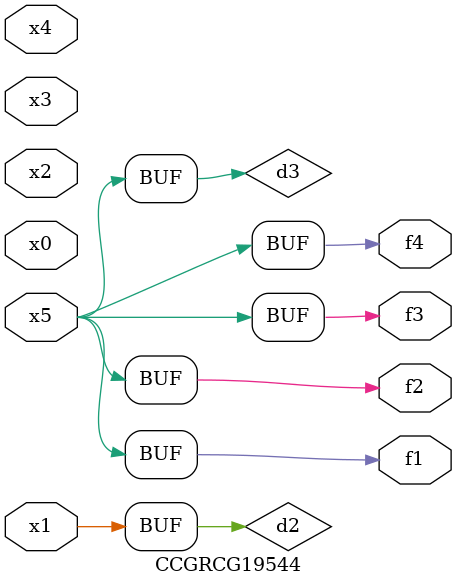
<source format=v>
module CCGRCG19544(
	input x0, x1, x2, x3, x4, x5,
	output f1, f2, f3, f4
);

	wire d1, d2, d3;

	not (d1, x5);
	or (d2, x1);
	xnor (d3, d1);
	assign f1 = d3;
	assign f2 = d3;
	assign f3 = d3;
	assign f4 = d3;
endmodule

</source>
